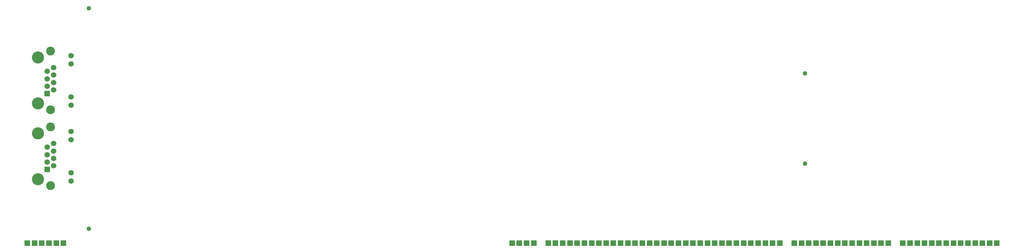
<source format=gbs>
G04*
G04 #@! TF.GenerationSoftware,Altium Limited,Altium Designer,18.1.7 (191)*
G04*
G04 Layer_Color=16711935*
%FSLAX44Y44*%
%MOMM*%
G71*
G01*
G75*
%ADD67C,1.2536*%
%ADD68R,1.6016X1.6016*%
%ADD69R,0.1016X0.1016*%
%ADD70C,1.4996*%
%ADD71C,2.4566*%
%ADD72C,3.3516*%
%ADD73R,1.4996X1.4996*%
D67*
X2340000Y1140000D02*
D03*
Y1390000D02*
D03*
X360000Y960000D02*
D03*
Y1570000D02*
D03*
D68*
X1630000Y920000D02*
D03*
X1650000D02*
D03*
X1670000D02*
D03*
X1690000D02*
D03*
X1710000D02*
D03*
X1730000D02*
D03*
X1750000D02*
D03*
X2010000D02*
D03*
X1970000D02*
D03*
X1950000D02*
D03*
X1930000D02*
D03*
X1910000D02*
D03*
X1890000D02*
D03*
X1870000D02*
D03*
X1850000D02*
D03*
X1830000D02*
D03*
X1810000D02*
D03*
X1790000D02*
D03*
X1770000D02*
D03*
X1990000D02*
D03*
X2810000D02*
D03*
X2050000D02*
D03*
X2730000D02*
D03*
X2750000D02*
D03*
X2770000D02*
D03*
X2790000D02*
D03*
X2830000D02*
D03*
X2850000D02*
D03*
X2870000D02*
D03*
X2710000D02*
D03*
X2690000D02*
D03*
X2670000D02*
D03*
X2630000D02*
D03*
X2650000D02*
D03*
X2610000D02*
D03*
X2570000D02*
D03*
X2550000D02*
D03*
X2530000D02*
D03*
X2510000D02*
D03*
X2490000D02*
D03*
X2470000D02*
D03*
X2450000D02*
D03*
X2430000D02*
D03*
X2410000D02*
D03*
X2390000D02*
D03*
X2370000D02*
D03*
X2350000D02*
D03*
X2330000D02*
D03*
X2310000D02*
D03*
X2270000D02*
D03*
X2250000D02*
D03*
X2230000D02*
D03*
X2210000D02*
D03*
X2190000D02*
D03*
X2170000D02*
D03*
X2150000D02*
D03*
X2130000D02*
D03*
X2110000D02*
D03*
X2090000D02*
D03*
X2070000D02*
D03*
X2030000D02*
D03*
X1590000D02*
D03*
X1570000D02*
D03*
X1550000D02*
D03*
X1530000D02*
D03*
X290000D02*
D03*
X270000D02*
D03*
X250000D02*
D03*
X230000D02*
D03*
X210000D02*
D03*
X190000D02*
D03*
D69*
X2590000D02*
D03*
X1610000D02*
D03*
X2290000D02*
D03*
D70*
X311100Y1114300D02*
D03*
Y1091400D02*
D03*
Y1205700D02*
D03*
Y1228600D02*
D03*
X262800Y1195600D02*
D03*
X245000Y1185400D02*
D03*
X262800Y1175200D02*
D03*
X245000Y1165000D02*
D03*
X262800Y1154800D02*
D03*
X245000Y1144600D02*
D03*
X262800Y1134400D02*
D03*
X311100Y1324300D02*
D03*
Y1301400D02*
D03*
Y1415700D02*
D03*
Y1438600D02*
D03*
X262800Y1405600D02*
D03*
X245000Y1395400D02*
D03*
X262800Y1385200D02*
D03*
X245000Y1375000D02*
D03*
X262800Y1364800D02*
D03*
X245000Y1354600D02*
D03*
X262800Y1344400D02*
D03*
D71*
X253900Y1078700D02*
D03*
Y1241300D02*
D03*
Y1288700D02*
D03*
Y1451300D02*
D03*
D72*
X219600Y1096500D02*
D03*
Y1223500D02*
D03*
Y1306500D02*
D03*
Y1433500D02*
D03*
D73*
X245000Y1124200D02*
D03*
Y1334200D02*
D03*
M02*

</source>
